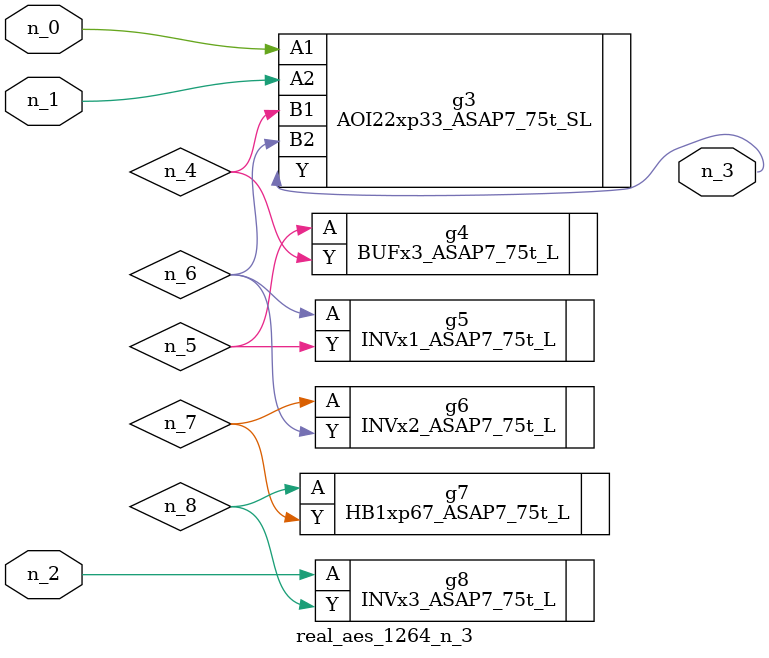
<source format=v>
module real_aes_1264_n_3 (n_0, n_2, n_1, n_3);
input n_0;
input n_2;
input n_1;
output n_3;
wire n_4;
wire n_5;
wire n_7;
wire n_8;
wire n_6;
AOI22xp33_ASAP7_75t_SL g3 ( .A1(n_0), .A2(n_1), .B1(n_4), .B2(n_6), .Y(n_3) );
INVx3_ASAP7_75t_L g8 ( .A(n_2), .Y(n_8) );
BUFx3_ASAP7_75t_L g4 ( .A(n_5), .Y(n_4) );
INVx1_ASAP7_75t_L g5 ( .A(n_6), .Y(n_5) );
INVx2_ASAP7_75t_L g6 ( .A(n_7), .Y(n_6) );
HB1xp67_ASAP7_75t_L g7 ( .A(n_8), .Y(n_7) );
endmodule
</source>
